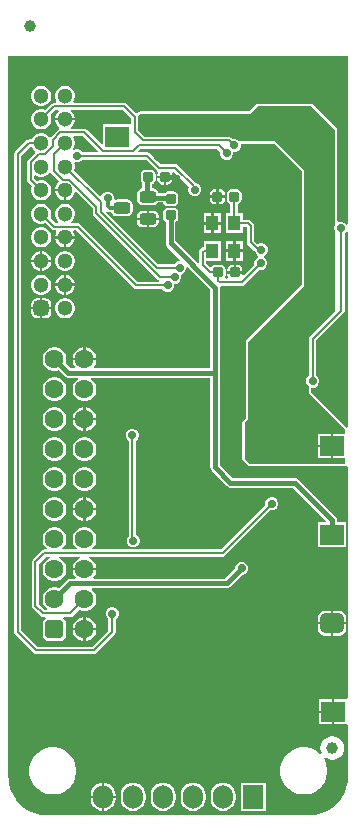
<source format=gbl>
G04*
G04 #@! TF.GenerationSoftware,Altium Limited,Altium Designer,23.3.1 (30)*
G04*
G04 Layer_Physical_Order=2*
G04 Layer_Color=16711680*
%FSLAX44Y44*%
%MOMM*%
G71*
G04*
G04 #@! TF.SameCoordinates,ECDC02AA-1032-42BF-8C78-3195C1E34F5D*
G04*
G04*
G04 #@! TF.FilePolarity,Positive*
G04*
G01*
G75*
%ADD12C,0.2000*%
G04:AMPARAMS|DCode=14|XSize=0.85mm|YSize=0.85mm|CornerRadius=0.2125mm|HoleSize=0mm|Usage=FLASHONLY|Rotation=90.000|XOffset=0mm|YOffset=0mm|HoleType=Round|Shape=RoundedRectangle|*
%AMROUNDEDRECTD14*
21,1,0.8500,0.4250,0,0,90.0*
21,1,0.4250,0.8500,0,0,90.0*
1,1,0.4250,0.2125,0.2125*
1,1,0.4250,0.2125,-0.2125*
1,1,0.4250,-0.2125,-0.2125*
1,1,0.4250,-0.2125,0.2125*
%
%ADD14ROUNDEDRECTD14*%
G04:AMPARAMS|DCode=15|XSize=0.85mm|YSize=0.85mm|CornerRadius=0.2125mm|HoleSize=0mm|Usage=FLASHONLY|Rotation=0.000|XOffset=0mm|YOffset=0mm|HoleType=Round|Shape=RoundedRectangle|*
%AMROUNDEDRECTD15*
21,1,0.8500,0.4250,0,0,0.0*
21,1,0.4250,0.8500,0,0,0.0*
1,1,0.4250,0.2125,-0.2125*
1,1,0.4250,-0.2125,-0.2125*
1,1,0.4250,-0.2125,0.2125*
1,1,0.4250,0.2125,0.2125*
%
%ADD15ROUNDEDRECTD15*%
%ADD32C,1.0000*%
%ADD33C,0.3000*%
%ADD35R,2.0000X1.7000*%
%ADD36C,1.6000*%
G04:AMPARAMS|DCode=37|XSize=1.6mm|YSize=1.6mm|CornerRadius=0.4mm|HoleSize=0mm|Usage=FLASHONLY|Rotation=90.000|XOffset=0mm|YOffset=0mm|HoleType=Round|Shape=RoundedRectangle|*
%AMROUNDEDRECTD37*
21,1,1.6000,0.8000,0,0,90.0*
21,1,0.8000,1.6000,0,0,90.0*
1,1,0.8000,0.4000,0.4000*
1,1,0.8000,0.4000,-0.4000*
1,1,0.8000,-0.4000,-0.4000*
1,1,0.8000,-0.4000,0.4000*
%
%ADD37ROUNDEDRECTD37*%
%ADD38C,1.3000*%
G04:AMPARAMS|DCode=39|XSize=1.3mm|YSize=1.3mm|CornerRadius=0.325mm|HoleSize=0mm|Usage=FLASHONLY|Rotation=90.000|XOffset=0mm|YOffset=0mm|HoleType=Round|Shape=RoundedRectangle|*
%AMROUNDEDRECTD39*
21,1,1.3000,0.6500,0,0,90.0*
21,1,0.6500,1.3000,0,0,90.0*
1,1,0.6500,0.3250,0.3250*
1,1,0.6500,0.3250,-0.3250*
1,1,0.6500,-0.3250,-0.3250*
1,1,0.6500,-0.3250,0.3250*
%
%ADD39ROUNDEDRECTD39*%
%ADD40O,1.7000X2.0000*%
%ADD41R,1.7000X2.0000*%
G04:AMPARAMS|DCode=42|XSize=1.7mm|YSize=2mm|CornerRadius=0.425mm|HoleSize=0mm|Usage=FLASHONLY|Rotation=90.000|XOffset=0mm|YOffset=0mm|HoleType=Round|Shape=RoundedRectangle|*
%AMROUNDEDRECTD42*
21,1,1.7000,1.1500,0,0,90.0*
21,1,0.8500,2.0000,0,0,90.0*
1,1,0.8500,0.5750,0.4250*
1,1,0.8500,0.5750,-0.4250*
1,1,0.8500,-0.5750,-0.4250*
1,1,0.8500,-0.5750,0.4250*
%
%ADD42ROUNDEDRECTD42*%
%ADD43C,0.7000*%
%ADD44R,1.0500X1.3000*%
G04:AMPARAMS|DCode=45|XSize=1mm|YSize=1.4mm|CornerRadius=0.25mm|HoleSize=0mm|Usage=FLASHONLY|Rotation=270.000|XOffset=0mm|YOffset=0mm|HoleType=Round|Shape=RoundedRectangle|*
%AMROUNDEDRECTD45*
21,1,1.0000,0.9000,0,0,270.0*
21,1,0.5000,1.4000,0,0,270.0*
1,1,0.5000,-0.4500,-0.2500*
1,1,0.5000,-0.4500,0.2500*
1,1,0.5000,0.4500,0.2500*
1,1,0.5000,0.4500,-0.2500*
%
%ADD45ROUNDEDRECTD45*%
%ADD46C,0.4000*%
G36*
X85792Y564882D02*
X85306Y563709D01*
X72836D01*
X72813Y563765D01*
X71266Y565313D01*
X69244Y566150D01*
X67056D01*
X65854Y565652D01*
X64710Y566403D01*
X64660Y566532D01*
X65721Y568369D01*
X66300Y570531D01*
Y572769D01*
X65721Y574931D01*
X64918Y576321D01*
X65588Y577591D01*
X73083D01*
X85792Y564882D01*
D02*
G37*
G36*
X297451Y502824D02*
X296181Y502571D01*
X296163Y502616D01*
X294615Y504163D01*
X292594Y505000D01*
X290406D01*
X289595Y504664D01*
X288539Y505370D01*
Y576163D01*
Y583000D01*
X288384Y583780D01*
X287942Y584442D01*
X287942Y584442D01*
X267942Y604442D01*
X267280Y604884D01*
X266500Y605039D01*
X221028Y605039D01*
X221028Y605039D01*
X220248Y604884D01*
X219586Y604442D01*
X213433Y598289D01*
X121506Y598289D01*
X121505Y598289D01*
X120725Y598134D01*
X120064Y597692D01*
X120063Y597692D01*
X119484Y597112D01*
X118214D01*
X110350Y604976D01*
X109358Y605639D01*
X108187Y605872D01*
X108187Y605872D01*
X65745D01*
X65012Y607142D01*
X65721Y608369D01*
X66300Y610531D01*
Y612769D01*
X65721Y614931D01*
X64602Y616869D01*
X63019Y618452D01*
X61081Y619571D01*
X58919Y620150D01*
X56681D01*
X54519Y619571D01*
X52581Y618452D01*
X50998Y616869D01*
X49879Y614931D01*
X49300Y612769D01*
Y610531D01*
X49879Y608369D01*
X50588Y607142D01*
X49855Y605872D01*
X48963D01*
X47792Y605639D01*
X46800Y604976D01*
X46800Y604976D01*
X41280Y599456D01*
X41081Y599571D01*
X38919Y600150D01*
X36681D01*
X34519Y599571D01*
X32581Y598452D01*
X30998Y596869D01*
X29879Y594931D01*
X29300Y592769D01*
Y590531D01*
X29879Y588369D01*
X30998Y586431D01*
X32581Y584848D01*
X34519Y583729D01*
X36681Y583150D01*
X38919D01*
X41081Y583729D01*
X43019Y584848D01*
X44602Y586431D01*
X45721Y588369D01*
X46300Y590531D01*
Y592769D01*
X45721Y594931D01*
X45606Y595130D01*
X50230Y599754D01*
X52297D01*
X52637Y598484D01*
X52581Y598452D01*
X50998Y596869D01*
X49879Y594931D01*
X49300Y592769D01*
Y592650D01*
X57800D01*
X66300D01*
Y592769D01*
X65721Y594931D01*
X64602Y596869D01*
X63019Y598452D01*
X62963Y598484D01*
X63303Y599754D01*
X106920D01*
X113941Y592733D01*
Y587500D01*
X90000D01*
Y570985D01*
X88827Y570499D01*
X76513Y582813D01*
X75521Y583476D01*
X74350Y583709D01*
X74350Y583709D01*
X63585D01*
X63230Y584423D01*
X63150Y584979D01*
X64602Y586431D01*
X65721Y588369D01*
X66300Y590531D01*
Y590650D01*
X57800D01*
X49300D01*
Y590531D01*
X49879Y588369D01*
X50998Y586431D01*
X52581Y584848D01*
X52763Y584743D01*
X52820Y584225D01*
X52677Y583326D01*
X51909Y582813D01*
X51909Y582813D01*
X46031Y576934D01*
X44649Y576871D01*
X44417Y577054D01*
X43019Y578452D01*
X41081Y579571D01*
X38919Y580150D01*
X36681D01*
X34519Y579571D01*
X32581Y578452D01*
X30998Y576869D01*
X29879Y574931D01*
X29820Y574709D01*
X27400D01*
X26229Y574476D01*
X25237Y573813D01*
X25237Y573813D01*
X15587Y564163D01*
X14924Y563171D01*
X14691Y562000D01*
X14691Y562000D01*
Y158000D01*
X14691Y158000D01*
X14924Y156830D01*
X15587Y155837D01*
X31587Y139837D01*
X31587Y139837D01*
X32580Y139174D01*
X33750Y138941D01*
X82250D01*
X82250Y138941D01*
X83420Y139174D01*
X84413Y139837D01*
X99913Y155337D01*
X100576Y156329D01*
X100809Y157500D01*
X100809Y157500D01*
Y168314D01*
X100865Y168337D01*
X102413Y169884D01*
X103250Y171906D01*
Y174094D01*
X102413Y176115D01*
X100865Y177663D01*
X98844Y178500D01*
X96656D01*
X94635Y177663D01*
X93087Y176115D01*
X92250Y174094D01*
Y171906D01*
X93087Y169884D01*
X94635Y168337D01*
X94691Y168314D01*
Y158767D01*
X80983Y145059D01*
X35017D01*
X20809Y159267D01*
Y560733D01*
X28632Y568556D01*
X29866Y568419D01*
X29879Y568369D01*
X30998Y566431D01*
X32365Y565065D01*
X32557Y564337D01*
X32516Y563419D01*
X26637Y557541D01*
X25974Y556548D01*
X25741Y555378D01*
X25741Y555378D01*
Y540650D01*
X25741Y540650D01*
X25974Y539479D01*
X26637Y538487D01*
X29994Y535130D01*
X29879Y534931D01*
X29300Y532769D01*
Y530531D01*
X29879Y528369D01*
X30998Y526431D01*
X32581Y524848D01*
X34519Y523729D01*
X36681Y523150D01*
X38919D01*
X41081Y523729D01*
X43019Y524848D01*
X44602Y526431D01*
X45721Y528369D01*
X46300Y530531D01*
Y532769D01*
X45721Y534931D01*
X44602Y536869D01*
X43019Y538452D01*
X41081Y539571D01*
X38919Y540150D01*
X36681D01*
X34519Y539571D01*
X34320Y539456D01*
X31859Y541917D01*
Y543862D01*
X33129Y544532D01*
X34519Y543729D01*
X36681Y543150D01*
X38919D01*
X41081Y543729D01*
X43019Y544848D01*
X44602Y546431D01*
X44707Y546613D01*
X45225Y546670D01*
X46124Y546527D01*
X46637Y545759D01*
X52740Y539657D01*
X52738Y539643D01*
X52365Y538236D01*
X50998Y536869D01*
X49879Y534931D01*
X49300Y532769D01*
Y532650D01*
X57800D01*
Y531650D01*
X58800D01*
Y523150D01*
X58919D01*
X61081Y523729D01*
X63019Y524848D01*
X64602Y526431D01*
X65721Y528369D01*
X66136Y529920D01*
X67508Y530344D01*
X81441Y516411D01*
Y512065D01*
X81441Y512065D01*
X81674Y510895D01*
X82337Y509902D01*
X136402Y455837D01*
X136402Y455837D01*
X137178Y455318D01*
X137069Y454316D01*
X136967Y454048D01*
X119542D01*
X70778Y502813D01*
X69785Y503476D01*
X68615Y503709D01*
X68615Y503709D01*
X63585D01*
X63230Y504423D01*
X63150Y504979D01*
X64602Y506431D01*
X65721Y508369D01*
X66300Y510531D01*
Y512769D01*
X65721Y514931D01*
X64602Y516869D01*
X63019Y518452D01*
X61081Y519571D01*
X58919Y520150D01*
X56681D01*
X54519Y519571D01*
X52581Y518452D01*
X50998Y516869D01*
X49879Y514931D01*
X49300Y512769D01*
Y510531D01*
X49879Y508369D01*
X50998Y506431D01*
X52450Y504979D01*
X52370Y504423D01*
X52015Y503709D01*
X50067D01*
X45606Y508170D01*
X45721Y508369D01*
X46300Y510531D01*
Y512769D01*
X45721Y514931D01*
X44602Y516869D01*
X43019Y518452D01*
X41081Y519571D01*
X38919Y520150D01*
X36681D01*
X34519Y519571D01*
X32581Y518452D01*
X30998Y516869D01*
X29879Y514931D01*
X29300Y512769D01*
Y510531D01*
X29879Y508369D01*
X30998Y506431D01*
X32581Y504848D01*
X34519Y503729D01*
X36681Y503150D01*
X38919D01*
X41081Y503729D01*
X41280Y503844D01*
X46637Y498487D01*
X47629Y497824D01*
X48800Y497591D01*
X48800Y497591D01*
X50012D01*
X50682Y496321D01*
X49879Y494931D01*
X49300Y492769D01*
Y492650D01*
X57800D01*
X66300D01*
Y492769D01*
X65721Y494931D01*
X64918Y496321D01*
X65588Y497591D01*
X67348D01*
X116112Y448827D01*
X117105Y448164D01*
X118275Y447931D01*
X118275Y447931D01*
X140303D01*
X140327Y447874D01*
X141874Y446327D01*
X143896Y445490D01*
X146084D01*
X148105Y446327D01*
X149652Y447874D01*
X150490Y449896D01*
Y452084D01*
X150768Y452500D01*
X152094D01*
X154115Y453337D01*
X155663Y454884D01*
X156500Y456906D01*
Y459094D01*
X156404Y459327D01*
X157075Y460906D01*
X158116Y461337D01*
X159663Y462884D01*
X160500Y464906D01*
Y465936D01*
X161770Y466462D01*
X180822Y447411D01*
Y381178D01*
X82780D01*
X82294Y382352D01*
X82402Y382460D01*
X83719Y384740D01*
X84400Y387284D01*
Y387600D01*
X74400D01*
X64400D01*
Y387284D01*
X65082Y384740D01*
X66398Y382460D01*
X66506Y382352D01*
X66020Y381178D01*
X62189D01*
X58384Y384984D01*
X59000Y387284D01*
Y389916D01*
X58319Y392460D01*
X57002Y394740D01*
X55140Y396602D01*
X52860Y397919D01*
X50317Y398600D01*
X47684D01*
X45140Y397919D01*
X42860Y396602D01*
X40998Y394740D01*
X39681Y392460D01*
X39000Y389916D01*
Y387284D01*
X39681Y384740D01*
X40998Y382460D01*
X42860Y380598D01*
X45140Y379282D01*
X47684Y378600D01*
X50317D01*
X52616Y379216D01*
X57616Y374216D01*
X57616Y374216D01*
X58939Y373332D01*
X60500Y373022D01*
X60500Y373022D01*
X68872D01*
X69212Y371752D01*
X68260Y371202D01*
X66398Y369340D01*
X65082Y367060D01*
X64400Y364516D01*
Y361884D01*
X65082Y359340D01*
X66398Y357060D01*
X68260Y355198D01*
X70540Y353881D01*
X73084Y353200D01*
X75717D01*
X78260Y353881D01*
X80540Y355198D01*
X82402Y357060D01*
X83719Y359340D01*
X84400Y361884D01*
Y364516D01*
X83719Y367060D01*
X82402Y369340D01*
X80540Y371202D01*
X79588Y371752D01*
X79928Y373022D01*
X180822D01*
Y297100D01*
X180822Y297100D01*
X181132Y295539D01*
X182016Y294216D01*
X195116Y281116D01*
X195116Y281116D01*
X196439Y280232D01*
X198000Y279922D01*
X198000Y279922D01*
X250811D01*
X278962Y251770D01*
X278436Y250500D01*
X272000D01*
Y229500D01*
X296000D01*
Y250500D01*
X288078D01*
Y252500D01*
X287768Y254061D01*
X286884Y255384D01*
X286884Y255384D01*
X255384Y286884D01*
X254061Y287768D01*
X252500Y288078D01*
X252500Y288078D01*
X199689D01*
X188978Y298789D01*
Y377100D01*
Y449100D01*
X188978Y449100D01*
X188949Y449250D01*
X189991Y450520D01*
X207532D01*
X207532Y450520D01*
X208702Y450752D01*
X209694Y451415D01*
X222640Y464361D01*
X222696Y464337D01*
X224884D01*
X226906Y465175D01*
X228453Y466722D01*
X229291Y468743D01*
Y470931D01*
X228453Y472953D01*
X226906Y474500D01*
X225987Y474880D01*
Y476255D01*
X227000Y476675D01*
X228547Y478222D01*
X229384Y480243D01*
Y482431D01*
X228547Y484453D01*
X227000Y486000D01*
X224979Y486837D01*
X222791D01*
X220854Y486035D01*
X218059Y488830D01*
Y501674D01*
X217826Y502845D01*
X217163Y503837D01*
X217163Y503837D01*
X215337Y505663D01*
X214345Y506326D01*
X213174Y506559D01*
X213174Y506559D01*
X208500D01*
Y512000D01*
X204059D01*
Y520105D01*
X204734Y520239D01*
X206099Y521151D01*
X207011Y522515D01*
X207331Y524125D01*
Y528375D01*
X207011Y529985D01*
X206099Y531349D01*
X204734Y532261D01*
X203125Y532581D01*
X198875D01*
X197265Y532261D01*
X195901Y531349D01*
X194989Y529985D01*
X194669Y528375D01*
Y524125D01*
X194989Y522515D01*
X195901Y521151D01*
X197265Y520239D01*
X197941Y520105D01*
Y512000D01*
X194000D01*
Y495000D01*
X208500D01*
Y500441D01*
X211907D01*
X211941Y500407D01*
Y487564D01*
X211941Y487564D01*
X212174Y486393D01*
X212837Y485401D01*
X218106Y480131D01*
X218107Y480131D01*
X218555Y479832D01*
X219222Y478222D01*
X220769Y476675D01*
X221688Y476294D01*
Y474920D01*
X220675Y474500D01*
X219128Y472953D01*
X218291Y470931D01*
Y468743D01*
X218314Y468687D01*
X209253Y459625D01*
X208731Y459730D01*
X208008Y460176D01*
Y461000D01*
X201677D01*
X195346D01*
Y459875D01*
X195666Y458265D01*
X195905Y457907D01*
X195294Y456762D01*
X194060D01*
X193448Y457907D01*
X193687Y458265D01*
X194008Y459875D01*
Y464125D01*
X193687Y465734D01*
X192776Y467099D01*
X191411Y468011D01*
X189802Y468331D01*
X185552D01*
X183942Y468011D01*
X182578Y467099D01*
X182126Y466423D01*
X180561Y466192D01*
X177387Y469365D01*
Y472000D01*
X190000D01*
Y489000D01*
X175500D01*
Y483559D01*
X174329Y483326D01*
X173337Y482663D01*
X173337Y482663D01*
X172166Y481491D01*
X171502Y480499D01*
X171270Y479328D01*
X171270Y479328D01*
Y470157D01*
X170096Y469671D01*
X151328Y488439D01*
Y504719D01*
X152349Y505401D01*
X153261Y506766D01*
X153581Y508375D01*
Y512625D01*
X153261Y514235D01*
X152349Y515599D01*
X150984Y516511D01*
X149375Y516831D01*
X145125D01*
X143516Y516511D01*
X142151Y515599D01*
X141239Y514235D01*
X140919Y512625D01*
Y508375D01*
X141239Y506766D01*
X142151Y505401D01*
X143172Y504719D01*
Y486750D01*
X143172Y486750D01*
X143482Y485189D01*
X144366Y483866D01*
X155462Y472770D01*
X154936Y471500D01*
X153906D01*
X151884Y470663D01*
X150337Y469115D01*
X150314Y469059D01*
X136782D01*
X92955Y512886D01*
X93764Y513872D01*
X94392Y513453D01*
X95757Y513181D01*
X97124D01*
X97261Y512494D01*
X98256Y511006D01*
X99744Y510011D01*
X101500Y509662D01*
X110500D01*
X112256Y510011D01*
X113744Y511006D01*
X114739Y512494D01*
X115088Y514250D01*
Y519250D01*
X114739Y521006D01*
X113744Y522494D01*
X112256Y523489D01*
X110500Y523838D01*
X101500D01*
X100674Y523674D01*
X99500Y524735D01*
Y526094D01*
X98663Y528116D01*
X97115Y529663D01*
X95094Y530500D01*
X92906D01*
X90885Y529663D01*
X89337Y528116D01*
X88786Y526785D01*
X87327Y526449D01*
X65606Y548170D01*
X65721Y548369D01*
X66300Y550531D01*
Y552769D01*
X65902Y554253D01*
X66967Y555187D01*
X67056Y555150D01*
X69244D01*
X71266Y555987D01*
X72813Y557534D01*
X72836Y557591D01*
X126426D01*
X135370Y548647D01*
X136087Y548168D01*
X136699Y546798D01*
X136489Y546484D01*
X136169Y544875D01*
Y543750D01*
X142500D01*
X148831D01*
Y544875D01*
X148598Y546047D01*
X149271Y547130D01*
X149485Y547312D01*
X150154Y547384D01*
X162898Y534640D01*
X162330Y533268D01*
Y531080D01*
X163167Y529059D01*
X164714Y527511D01*
X166735Y526674D01*
X168923D01*
X170945Y527511D01*
X172492Y529059D01*
X173329Y531080D01*
Y533268D01*
X172492Y535290D01*
X170945Y536837D01*
X168923Y537674D01*
X168516D01*
X153216Y552973D01*
X152224Y553636D01*
X151053Y553869D01*
X151053Y553869D01*
X138800D01*
X129856Y562813D01*
X128864Y563476D01*
X127693Y563709D01*
X127693Y563709D01*
X119843D01*
X119357Y564882D01*
X121416Y566941D01*
X186733D01*
X189524Y564151D01*
X189500Y564094D01*
Y561906D01*
X190337Y559884D01*
X191884Y558337D01*
X193906Y557500D01*
X196094D01*
X198116Y558337D01*
X199663Y559884D01*
X200500Y561906D01*
Y564000D01*
X202188D01*
X204209Y564837D01*
X205757Y566385D01*
X206594Y568406D01*
Y570594D01*
X206839Y570961D01*
X235155D01*
X258461Y547655D01*
Y451345D01*
X211558Y404442D01*
X211116Y403780D01*
X210961Y403000D01*
Y338345D01*
X208558Y335942D01*
X208116Y335280D01*
X207961Y334500D01*
Y304250D01*
X208116Y303470D01*
X208558Y302808D01*
X212808Y298558D01*
X213470Y298116D01*
X214250Y297961D01*
X295250D01*
X296030Y298116D01*
X296181Y298217D01*
X297451Y297582D01*
Y101583D01*
X296181Y100500D01*
X286000D01*
Y90000D01*
Y79500D01*
X296181D01*
X297000Y79500D01*
X297451Y78417D01*
Y35000D01*
X297451Y35000D01*
Y34720D01*
X297090Y30128D01*
X297049Y29818D01*
X295884Y24965D01*
X293934Y20257D01*
X291326Y16001D01*
X291136Y15755D01*
X288144Y12251D01*
X287749Y11856D01*
X284245Y8863D01*
X283999Y8675D01*
X279743Y6066D01*
X275035Y4116D01*
X270180Y2951D01*
X269874Y2910D01*
X266258Y2626D01*
X265000Y2549D01*
X265000Y2549D01*
X263764Y2549D01*
X42500Y2549D01*
X42500Y2549D01*
X42499Y2549D01*
X42221D01*
X37626Y2910D01*
X37320Y2951D01*
X32465Y4116D01*
X27757Y6066D01*
X23501Y8675D01*
X23256Y8863D01*
X19751Y11856D01*
X19356Y12251D01*
X16362Y15756D01*
X16175Y16001D01*
X13566Y20257D01*
X11616Y24965D01*
X10451Y29820D01*
X10410Y30126D01*
X10125Y33750D01*
X10049Y35000D01*
X10049Y35000D01*
X10049Y36248D01*
Y645500D01*
X297451D01*
Y502824D01*
D02*
G37*
G36*
Y496176D02*
X297451Y331229D01*
X296181Y330703D01*
X266372Y360512D01*
Y364288D01*
X266618Y364453D01*
X268806D01*
X270828Y365290D01*
X272375Y366837D01*
X273212Y368858D01*
Y371046D01*
X272375Y373068D01*
X270828Y374615D01*
X270771Y374639D01*
Y404445D01*
X293663Y427337D01*
X294326Y428330D01*
X294559Y429500D01*
X294559Y429500D01*
Y494814D01*
X294615Y494837D01*
X296163Y496385D01*
X296181Y496429D01*
X297451Y496176D01*
D02*
G37*
G36*
X266500Y603000D02*
X286500Y583000D01*
Y576163D01*
Y501801D01*
X286000Y500594D01*
Y498406D01*
X286500Y497199D01*
Y428826D01*
X265549Y407875D01*
X264886Y406883D01*
X264653Y405712D01*
X264653Y405712D01*
Y397653D01*
X264333Y397333D01*
Y374351D01*
X263049Y373068D01*
X262212Y371046D01*
Y368858D01*
X263049Y366837D01*
X264333Y365554D01*
Y359667D01*
X295250Y328750D01*
Y325500D01*
X285000D01*
Y315000D01*
Y304500D01*
X295250D01*
Y300000D01*
X214250D01*
X210000Y304250D01*
Y334500D01*
X213000Y337500D01*
Y403000D01*
X260500Y450500D01*
Y548500D01*
X236000Y573000D01*
X205372D01*
X204209Y574163D01*
X202188Y575000D01*
X200000D01*
X199943Y574977D01*
X198757Y576163D01*
X197764Y576826D01*
X196594Y577059D01*
X196594Y577059D01*
X125267D01*
X120059Y582267D01*
Y594000D01*
X120059Y594000D01*
X119925Y594670D01*
X121505Y596250D01*
X214278Y596250D01*
X221028Y603000D01*
X266500Y603000D01*
D02*
G37*
%LPC*%
G36*
X38919Y620150D02*
X36681D01*
X34519Y619571D01*
X32581Y618452D01*
X30998Y616869D01*
X29879Y614931D01*
X29300Y612769D01*
Y610531D01*
X29879Y608369D01*
X30998Y606431D01*
X32581Y604848D01*
X34519Y603729D01*
X36681Y603150D01*
X38919D01*
X41081Y603729D01*
X43019Y604848D01*
X44602Y606431D01*
X45721Y608369D01*
X46300Y610531D01*
Y612769D01*
X45721Y614931D01*
X44602Y616869D01*
X43019Y618452D01*
X41081Y619571D01*
X38919Y620150D01*
D02*
G37*
G36*
X148831Y541750D02*
X143500D01*
Y536419D01*
X144625D01*
X146235Y536739D01*
X147599Y537651D01*
X148511Y539016D01*
X148831Y540625D01*
Y541750D01*
D02*
G37*
G36*
X141500D02*
X136169D01*
Y540625D01*
X136489Y539016D01*
X137401Y537651D01*
X138765Y536739D01*
X140375Y536419D01*
X141500D01*
Y541750D01*
D02*
G37*
G36*
X189125Y532581D02*
X188000D01*
Y527250D01*
X193331D01*
Y528375D01*
X193011Y529985D01*
X192099Y531349D01*
X190735Y532261D01*
X189125Y532581D01*
D02*
G37*
G36*
X186000D02*
X184875D01*
X183265Y532261D01*
X181901Y531349D01*
X180989Y529985D01*
X180669Y528375D01*
Y527250D01*
X186000D01*
Y532581D01*
D02*
G37*
G36*
X56800Y530650D02*
X49300D01*
Y530531D01*
X49879Y528369D01*
X50998Y526431D01*
X52581Y524848D01*
X54519Y523729D01*
X56681Y523150D01*
X56800D01*
Y530650D01*
D02*
G37*
G36*
X193331Y525250D02*
X188000D01*
Y519919D01*
X189125D01*
X190735Y520239D01*
X192099Y521151D01*
X193011Y522515D01*
X193331Y524125D01*
Y525250D01*
D02*
G37*
G36*
X186000D02*
X180669D01*
Y524125D01*
X180989Y522515D01*
X181901Y521151D01*
X183265Y520239D01*
X184875Y519919D01*
X186000D01*
Y525250D01*
D02*
G37*
G36*
X130625Y549081D02*
X126375D01*
X124766Y548761D01*
X123401Y547849D01*
X122489Y546484D01*
X122169Y544875D01*
Y540625D01*
X122489Y539016D01*
X123401Y537651D01*
X123422Y537637D01*
Y533323D01*
X121744Y532989D01*
X120256Y531994D01*
X119261Y530506D01*
X118912Y528750D01*
Y523750D01*
X119261Y521994D01*
X120256Y520506D01*
X121744Y519511D01*
X123500Y519162D01*
X132500D01*
X134256Y519511D01*
X135744Y520506D01*
X136273Y521297D01*
X141134D01*
X141239Y520765D01*
X142151Y519401D01*
X143516Y518489D01*
X145125Y518169D01*
X149375D01*
X150984Y518489D01*
X152349Y519401D01*
X153261Y520765D01*
X153581Y522375D01*
Y526625D01*
X153261Y528234D01*
X152349Y529599D01*
X150984Y530511D01*
X149375Y530831D01*
X145125D01*
X143516Y530511D01*
X142151Y529599D01*
X142054Y529453D01*
X136948D01*
X136739Y530506D01*
X135744Y531994D01*
X134256Y532989D01*
X132500Y533338D01*
X131578D01*
Y536609D01*
X132234Y536739D01*
X133599Y537651D01*
X134511Y539016D01*
X134831Y540625D01*
Y544875D01*
X134511Y546484D01*
X133599Y547849D01*
X132234Y548761D01*
X130625Y549081D01*
D02*
G37*
G36*
X132500Y514338D02*
X129000D01*
Y508250D01*
X137088D01*
Y509750D01*
X136739Y511506D01*
X135744Y512994D01*
X134256Y513989D01*
X132500Y514338D01*
D02*
G37*
G36*
X127000D02*
X123500D01*
X121744Y513989D01*
X120256Y512994D01*
X119261Y511506D01*
X118912Y509750D01*
Y508250D01*
X127000D01*
Y514338D01*
D02*
G37*
G36*
X190000Y512000D02*
X183750D01*
Y504500D01*
X190000D01*
Y512000D01*
D02*
G37*
G36*
X181750D02*
X175500D01*
Y504500D01*
X181750D01*
Y512000D01*
D02*
G37*
G36*
X137088Y506250D02*
X129000D01*
Y500162D01*
X132500D01*
X134256Y500511D01*
X135744Y501506D01*
X136739Y502994D01*
X137088Y504750D01*
Y506250D01*
D02*
G37*
G36*
X127000D02*
X118912D01*
Y504750D01*
X119261Y502994D01*
X120256Y501506D01*
X121744Y500511D01*
X123500Y500162D01*
X127000D01*
Y506250D01*
D02*
G37*
G36*
X190000Y502500D02*
X183750D01*
Y495000D01*
X190000D01*
Y502500D01*
D02*
G37*
G36*
X181750D02*
X175500D01*
Y495000D01*
X181750D01*
Y502500D01*
D02*
G37*
G36*
X66300Y490650D02*
X58800D01*
Y483150D01*
X58919D01*
X61081Y483729D01*
X63019Y484848D01*
X64602Y486431D01*
X65721Y488369D01*
X66300Y490531D01*
Y490650D01*
D02*
G37*
G36*
X56800D02*
X49300D01*
Y490531D01*
X49879Y488369D01*
X50998Y486431D01*
X52581Y484848D01*
X54519Y483729D01*
X56681Y483150D01*
X56800D01*
Y490650D01*
D02*
G37*
G36*
X38919Y500150D02*
X36681D01*
X34519Y499571D01*
X32581Y498452D01*
X30998Y496869D01*
X29879Y494931D01*
X29300Y492769D01*
Y490531D01*
X29879Y488369D01*
X30998Y486431D01*
X32581Y484848D01*
X34519Y483729D01*
X36681Y483150D01*
X38919D01*
X41081Y483729D01*
X43019Y484848D01*
X44602Y486431D01*
X45721Y488369D01*
X46300Y490531D01*
Y492769D01*
X45721Y494931D01*
X44602Y496869D01*
X43019Y498452D01*
X41081Y499571D01*
X38919Y500150D01*
D02*
G37*
G36*
X208500Y489000D02*
X202250D01*
Y481500D01*
X208500D01*
Y489000D01*
D02*
G37*
G36*
X200250D02*
X194000D01*
Y481500D01*
X200250D01*
Y489000D01*
D02*
G37*
G36*
X38919Y480150D02*
X38800D01*
Y472650D01*
X46300D01*
Y472769D01*
X45721Y474931D01*
X44602Y476869D01*
X43019Y478452D01*
X41081Y479571D01*
X38919Y480150D01*
D02*
G37*
G36*
X36800D02*
X36681D01*
X34519Y479571D01*
X32581Y478452D01*
X30998Y476869D01*
X29879Y474931D01*
X29300Y472769D01*
Y472650D01*
X36800D01*
Y480150D01*
D02*
G37*
G36*
X208500Y479500D02*
X202250D01*
Y472000D01*
X208500D01*
Y479500D01*
D02*
G37*
G36*
X200250D02*
X194000D01*
Y472000D01*
X200250D01*
Y479500D01*
D02*
G37*
G36*
X58919Y480150D02*
X56681D01*
X54519Y479571D01*
X52581Y478452D01*
X50998Y476869D01*
X49879Y474931D01*
X49300Y472769D01*
Y470531D01*
X49879Y468369D01*
X50998Y466431D01*
X52581Y464848D01*
X54519Y463729D01*
X56681Y463150D01*
X58919D01*
X61081Y463729D01*
X63019Y464848D01*
X64602Y466431D01*
X65721Y468369D01*
X66300Y470531D01*
Y472769D01*
X65721Y474931D01*
X64602Y476869D01*
X63019Y478452D01*
X61081Y479571D01*
X58919Y480150D01*
D02*
G37*
G36*
X46300Y470650D02*
X38800D01*
Y463150D01*
X38919D01*
X41081Y463729D01*
X43019Y464848D01*
X44602Y466431D01*
X45721Y468369D01*
X46300Y470531D01*
Y470650D01*
D02*
G37*
G36*
X36800D02*
X29300D01*
Y470531D01*
X29879Y468369D01*
X30998Y466431D01*
X32581Y464848D01*
X34519Y463729D01*
X36681Y463150D01*
X36800D01*
Y470650D01*
D02*
G37*
G36*
X203802Y468331D02*
X202677D01*
Y463000D01*
X208008D01*
Y464125D01*
X207687Y465734D01*
X206776Y467099D01*
X205411Y468011D01*
X203802Y468331D01*
D02*
G37*
G36*
X200677D02*
X199552D01*
X197942Y468011D01*
X196578Y467099D01*
X195666Y465734D01*
X195346Y464125D01*
Y463000D01*
X200677D01*
Y468331D01*
D02*
G37*
G36*
X58919Y460150D02*
X58800D01*
Y452650D01*
X66300D01*
Y452769D01*
X65721Y454931D01*
X64602Y456869D01*
X63019Y458452D01*
X61081Y459571D01*
X58919Y460150D01*
D02*
G37*
G36*
X56800D02*
X56681D01*
X54519Y459571D01*
X52581Y458452D01*
X50998Y456869D01*
X49879Y454931D01*
X49300Y452769D01*
Y452650D01*
X56800D01*
Y460150D01*
D02*
G37*
G36*
X66300Y450650D02*
X58800D01*
Y443150D01*
X58919D01*
X61081Y443729D01*
X63019Y444848D01*
X64602Y446431D01*
X65721Y448369D01*
X66300Y450531D01*
Y450650D01*
D02*
G37*
G36*
X56800D02*
X49300D01*
Y450531D01*
X49879Y448369D01*
X50998Y446431D01*
X52581Y444848D01*
X54519Y443729D01*
X56681Y443150D01*
X56800D01*
Y450650D01*
D02*
G37*
G36*
X38919Y460150D02*
X36681D01*
X34519Y459571D01*
X32581Y458452D01*
X30998Y456869D01*
X29879Y454931D01*
X29300Y452769D01*
Y450531D01*
X29879Y448369D01*
X30998Y446431D01*
X32581Y444848D01*
X34519Y443729D01*
X36681Y443150D01*
X38919D01*
X41081Y443729D01*
X43019Y444848D01*
X44602Y446431D01*
X45721Y448369D01*
X46300Y450531D01*
Y452769D01*
X45721Y454931D01*
X44602Y456869D01*
X43019Y458452D01*
X41081Y459571D01*
X38919Y460150D01*
D02*
G37*
G36*
X41050Y440253D02*
X38800D01*
Y432650D01*
X46403D01*
Y434900D01*
X45995Y436948D01*
X44835Y438685D01*
X43098Y439845D01*
X41050Y440253D01*
D02*
G37*
G36*
X36800D02*
X34550D01*
X32502Y439845D01*
X30765Y438685D01*
X29605Y436948D01*
X29197Y434900D01*
Y432650D01*
X36800D01*
Y440253D01*
D02*
G37*
G36*
X58919Y440150D02*
X56681D01*
X54519Y439571D01*
X52581Y438452D01*
X50998Y436869D01*
X49879Y434931D01*
X49300Y432769D01*
Y430531D01*
X49879Y428369D01*
X50998Y426431D01*
X52581Y424848D01*
X54519Y423729D01*
X56681Y423150D01*
X58919D01*
X61081Y423729D01*
X63019Y424848D01*
X64602Y426431D01*
X65721Y428369D01*
X66300Y430531D01*
Y432769D01*
X65721Y434931D01*
X64602Y436869D01*
X63019Y438452D01*
X61081Y439571D01*
X58919Y440150D01*
D02*
G37*
G36*
X46403Y430650D02*
X38800D01*
Y423047D01*
X41050D01*
X43098Y423455D01*
X44835Y424615D01*
X45995Y426352D01*
X46403Y428400D01*
Y430650D01*
D02*
G37*
G36*
X36800D02*
X29197D01*
Y428400D01*
X29605Y426352D01*
X30765Y424615D01*
X32502Y423455D01*
X34550Y423047D01*
X36800D01*
Y430650D01*
D02*
G37*
G36*
X75717Y398600D02*
X75400D01*
Y389600D01*
X84400D01*
Y389916D01*
X83719Y392460D01*
X82402Y394740D01*
X80540Y396602D01*
X78260Y397919D01*
X75717Y398600D01*
D02*
G37*
G36*
X73400D02*
X73084D01*
X70540Y397919D01*
X68260Y396602D01*
X66398Y394740D01*
X65082Y392460D01*
X64400Y389916D01*
Y389600D01*
X73400D01*
Y398600D01*
D02*
G37*
G36*
X50317Y373200D02*
X47684D01*
X45140Y372519D01*
X42860Y371202D01*
X40998Y369340D01*
X39681Y367060D01*
X39000Y364516D01*
Y361884D01*
X39681Y359340D01*
X40998Y357060D01*
X42860Y355198D01*
X45140Y353881D01*
X47684Y353200D01*
X50317D01*
X52860Y353881D01*
X55140Y355198D01*
X57002Y357060D01*
X58319Y359340D01*
X59000Y361884D01*
Y364516D01*
X58319Y367060D01*
X57002Y369340D01*
X55140Y371202D01*
X52860Y372519D01*
X50317Y373200D01*
D02*
G37*
G36*
X75717Y347800D02*
X75400D01*
Y338800D01*
X84400D01*
Y339117D01*
X83719Y341660D01*
X82402Y343940D01*
X80540Y345802D01*
X78260Y347118D01*
X75717Y347800D01*
D02*
G37*
G36*
X73400D02*
X73084D01*
X70540Y347118D01*
X68260Y345802D01*
X66398Y343940D01*
X65082Y341660D01*
X64400Y339117D01*
Y338800D01*
X73400D01*
Y347800D01*
D02*
G37*
G36*
X84400Y336800D02*
X75400D01*
Y327800D01*
X75717D01*
X78260Y328481D01*
X80540Y329798D01*
X82402Y331660D01*
X83719Y333940D01*
X84400Y336483D01*
Y336800D01*
D02*
G37*
G36*
X73400D02*
X64400D01*
Y336483D01*
X65082Y333940D01*
X66398Y331660D01*
X68260Y329798D01*
X70540Y328481D01*
X73084Y327800D01*
X73400D01*
Y336800D01*
D02*
G37*
G36*
X50317Y347800D02*
X47684D01*
X45140Y347118D01*
X42860Y345802D01*
X40998Y343940D01*
X39681Y341660D01*
X39000Y339117D01*
Y336483D01*
X39681Y333940D01*
X40998Y331660D01*
X42860Y329798D01*
X45140Y328481D01*
X47684Y327800D01*
X50317D01*
X52860Y328481D01*
X55140Y329798D01*
X57002Y331660D01*
X58319Y333940D01*
X59000Y336483D01*
Y339117D01*
X58319Y341660D01*
X57002Y343940D01*
X55140Y345802D01*
X52860Y347118D01*
X50317Y347800D01*
D02*
G37*
G36*
X75717Y322400D02*
X73084D01*
X70540Y321718D01*
X68260Y320402D01*
X66398Y318540D01*
X65082Y316260D01*
X64400Y313717D01*
Y311084D01*
X65082Y308540D01*
X66398Y306260D01*
X68260Y304398D01*
X70540Y303081D01*
X73084Y302400D01*
X75717D01*
X78260Y303081D01*
X80540Y304398D01*
X82402Y306260D01*
X83719Y308540D01*
X84400Y311084D01*
Y313717D01*
X83719Y316260D01*
X82402Y318540D01*
X80540Y320402D01*
X78260Y321718D01*
X75717Y322400D01*
D02*
G37*
G36*
X50317D02*
X47684D01*
X45140Y321718D01*
X42860Y320402D01*
X40998Y318540D01*
X39681Y316260D01*
X39000Y313717D01*
Y311084D01*
X39681Y308540D01*
X40998Y306260D01*
X42860Y304398D01*
X45140Y303081D01*
X47684Y302400D01*
X50317D01*
X52860Y303081D01*
X55140Y304398D01*
X57002Y306260D01*
X58319Y308540D01*
X59000Y311084D01*
Y313717D01*
X58319Y316260D01*
X57002Y318540D01*
X55140Y320402D01*
X52860Y321718D01*
X50317Y322400D01*
D02*
G37*
G36*
X75717Y297000D02*
X73084D01*
X70540Y296318D01*
X68260Y295002D01*
X66398Y293140D01*
X65082Y290860D01*
X64400Y288316D01*
Y285683D01*
X65082Y283140D01*
X66398Y280860D01*
X68260Y278998D01*
X70540Y277682D01*
X73084Y277000D01*
X75717D01*
X78260Y277682D01*
X80540Y278998D01*
X82402Y280860D01*
X83719Y283140D01*
X84400Y285683D01*
Y288316D01*
X83719Y290860D01*
X82402Y293140D01*
X80540Y295002D01*
X78260Y296318D01*
X75717Y297000D01*
D02*
G37*
G36*
X50317D02*
X47684D01*
X45140Y296318D01*
X42860Y295002D01*
X40998Y293140D01*
X39681Y290860D01*
X39000Y288316D01*
Y285683D01*
X39681Y283140D01*
X40998Y280860D01*
X42860Y278998D01*
X45140Y277682D01*
X47684Y277000D01*
X50317D01*
X52860Y277682D01*
X55140Y278998D01*
X57002Y280860D01*
X58319Y283140D01*
X59000Y285683D01*
Y288316D01*
X58319Y290860D01*
X57002Y293140D01*
X55140Y295002D01*
X52860Y296318D01*
X50317Y297000D01*
D02*
G37*
G36*
X75717Y271600D02*
X75400D01*
Y262600D01*
X84400D01*
Y262917D01*
X83719Y265460D01*
X82402Y267740D01*
X80540Y269602D01*
X78260Y270919D01*
X75717Y271600D01*
D02*
G37*
G36*
X73400D02*
X73084D01*
X70540Y270919D01*
X68260Y269602D01*
X66398Y267740D01*
X65082Y265460D01*
X64400Y262917D01*
Y262600D01*
X73400D01*
Y271600D01*
D02*
G37*
G36*
X234094Y271500D02*
X231906D01*
X229884Y270663D01*
X228337Y269116D01*
X227500Y267094D01*
Y264906D01*
X227523Y264849D01*
X190233Y227559D01*
X81697D01*
X81171Y228829D01*
X82402Y230060D01*
X83719Y232340D01*
X84400Y234883D01*
Y237516D01*
X83719Y240060D01*
X82402Y242340D01*
X80540Y244202D01*
X78260Y245518D01*
X75717Y246200D01*
X73084D01*
X70540Y245518D01*
X68260Y244202D01*
X66398Y242340D01*
X65082Y240060D01*
X64400Y237516D01*
Y234883D01*
X65082Y232340D01*
X66398Y230060D01*
X67629Y228829D01*
X67103Y227559D01*
X56297D01*
X55771Y228829D01*
X57002Y230060D01*
X58319Y232340D01*
X59000Y234883D01*
Y237516D01*
X58319Y240060D01*
X57002Y242340D01*
X55140Y244202D01*
X52860Y245518D01*
X50317Y246200D01*
X47684D01*
X45140Y245518D01*
X42860Y244202D01*
X40998Y242340D01*
X39681Y240060D01*
X39000Y237516D01*
Y234883D01*
X39681Y232340D01*
X40998Y230060D01*
X42229Y228829D01*
X41703Y227559D01*
X40500D01*
X40500Y227559D01*
X39330Y227326D01*
X38337Y226663D01*
X30587Y218913D01*
X29924Y217920D01*
X29691Y216750D01*
X29691Y216750D01*
Y180000D01*
X29691Y180000D01*
X29924Y178829D01*
X30587Y177837D01*
X37337Y171087D01*
X37337Y171087D01*
X38329Y170424D01*
X39500Y170191D01*
X41180D01*
X41565Y168921D01*
X40674Y168326D01*
X39348Y166341D01*
X38883Y164000D01*
Y156000D01*
X39348Y153659D01*
X40674Y151674D01*
X42659Y150348D01*
X45000Y149882D01*
X53000D01*
X55341Y150348D01*
X57326Y151674D01*
X58652Y153659D01*
X59117Y156000D01*
Y164000D01*
X58652Y166341D01*
X57326Y168326D01*
X56434Y168921D01*
X56820Y170191D01*
X62250D01*
X62250Y170191D01*
X63421Y170424D01*
X64413Y171087D01*
X69822Y176496D01*
X70540Y176082D01*
X73084Y175400D01*
X75717D01*
X78260Y176082D01*
X80540Y177398D01*
X82402Y179260D01*
X83719Y181540D01*
X84400Y184083D01*
Y186716D01*
X83719Y189260D01*
X82402Y191540D01*
X80540Y193402D01*
X80541Y193724D01*
X80794Y194672D01*
X194750D01*
X194750Y194672D01*
X196311Y194982D01*
X197634Y195866D01*
X207768Y206000D01*
X208594D01*
X210616Y206837D01*
X212163Y208384D01*
X213000Y210406D01*
Y212594D01*
X212163Y214615D01*
X210616Y216163D01*
X208594Y217000D01*
X206406D01*
X204384Y216163D01*
X202837Y214615D01*
X202000Y212594D01*
Y211768D01*
X193061Y202828D01*
X82230D01*
X81744Y204002D01*
X82402Y204660D01*
X83719Y206940D01*
X84400Y209484D01*
Y209800D01*
X74400D01*
X64400D01*
Y209484D01*
X65082Y206940D01*
X66398Y204660D01*
X67056Y204002D01*
X66570Y202828D01*
X62350D01*
X62350Y202828D01*
X60789Y202518D01*
X59466Y201634D01*
X52616Y194784D01*
X50317Y195400D01*
X47684D01*
X45140Y194718D01*
X42860Y193402D01*
X40998Y191540D01*
X39681Y189260D01*
X39000Y186716D01*
Y184083D01*
X39681Y181540D01*
X40998Y179260D01*
X42679Y177579D01*
X42424Y176309D01*
X40767D01*
X35809Y181267D01*
Y215483D01*
X41767Y221441D01*
X45170D01*
X45337Y220171D01*
X45140Y220119D01*
X42860Y218802D01*
X40998Y216940D01*
X39681Y214660D01*
X39000Y212117D01*
Y209484D01*
X39681Y206940D01*
X40998Y204660D01*
X42860Y202798D01*
X45140Y201481D01*
X47684Y200800D01*
X50317D01*
X52860Y201481D01*
X55140Y202798D01*
X57002Y204660D01*
X58319Y206940D01*
X59000Y209484D01*
Y212117D01*
X58319Y214660D01*
X57002Y216940D01*
X55140Y218802D01*
X52860Y220119D01*
X52663Y220171D01*
X52830Y221441D01*
X70570D01*
X70737Y220171D01*
X70540Y220119D01*
X68260Y218802D01*
X66398Y216940D01*
X65082Y214660D01*
X64400Y212117D01*
Y211800D01*
X74400D01*
X84400D01*
Y212117D01*
X83719Y214660D01*
X82402Y216940D01*
X80540Y218802D01*
X78260Y220119D01*
X78063Y220171D01*
X78230Y221441D01*
X191500D01*
X191500Y221441D01*
X192670Y221674D01*
X193663Y222337D01*
X231849Y260523D01*
X231906Y260500D01*
X234094D01*
X236115Y261337D01*
X237663Y262885D01*
X238500Y264906D01*
Y267094D01*
X237663Y269116D01*
X236115Y270663D01*
X234094Y271500D01*
D02*
G37*
G36*
X84400Y260600D02*
X75400D01*
Y251600D01*
X75717D01*
X78260Y252281D01*
X80540Y253598D01*
X82402Y255460D01*
X83719Y257740D01*
X84400Y260284D01*
Y260600D01*
D02*
G37*
G36*
X73400D02*
X64400D01*
Y260284D01*
X65082Y257740D01*
X66398Y255460D01*
X68260Y253598D01*
X70540Y252281D01*
X73084Y251600D01*
X73400D01*
Y260600D01*
D02*
G37*
G36*
X50317Y271600D02*
X47684D01*
X45140Y270919D01*
X42860Y269602D01*
X40998Y267740D01*
X39681Y265460D01*
X39000Y262917D01*
Y260284D01*
X39681Y257740D01*
X40998Y255460D01*
X42860Y253598D01*
X45140Y252281D01*
X47684Y251600D01*
X50317D01*
X52860Y252281D01*
X55140Y253598D01*
X57002Y255460D01*
X58319Y257740D01*
X59000Y260284D01*
Y262917D01*
X58319Y265460D01*
X57002Y267740D01*
X55140Y269602D01*
X52860Y270919D01*
X50317Y271600D01*
D02*
G37*
G36*
X115844Y329750D02*
X113656D01*
X111635Y328913D01*
X110087Y327365D01*
X109250Y325344D01*
Y323156D01*
X110087Y321134D01*
X111635Y319587D01*
X111691Y319564D01*
Y238719D01*
X110837Y237866D01*
X110000Y235844D01*
Y233656D01*
X110837Y231635D01*
X112385Y230087D01*
X114406Y229250D01*
X116594D01*
X118616Y230087D01*
X120163Y231635D01*
X121000Y233656D01*
Y235844D01*
X120163Y237866D01*
X118616Y239413D01*
X117809Y239747D01*
Y319564D01*
X117865Y319587D01*
X119413Y321134D01*
X120250Y323156D01*
Y325344D01*
X119413Y327365D01*
X117865Y328913D01*
X115844Y329750D01*
D02*
G37*
G36*
X289750Y175622D02*
X285000D01*
Y166000D01*
X296122D01*
Y169250D01*
X295637Y171689D01*
X294256Y173756D01*
X292189Y175137D01*
X289750Y175622D01*
D02*
G37*
G36*
X283000D02*
X278250D01*
X275811Y175137D01*
X273744Y173756D01*
X272363Y171689D01*
X271877Y169250D01*
Y166000D01*
X283000D01*
Y175622D01*
D02*
G37*
G36*
X75717Y170000D02*
X75400D01*
Y161000D01*
X84400D01*
Y161317D01*
X83719Y163860D01*
X82402Y166140D01*
X80540Y168002D01*
X78260Y169319D01*
X75717Y170000D01*
D02*
G37*
G36*
X73400D02*
X73084D01*
X70540Y169319D01*
X68260Y168002D01*
X66398Y166140D01*
X65082Y163860D01*
X64400Y161317D01*
Y161000D01*
X73400D01*
Y170000D01*
D02*
G37*
G36*
X296122Y164000D02*
X285000D01*
Y154378D01*
X289750D01*
X292189Y154863D01*
X294256Y156244D01*
X295637Y158311D01*
X296122Y160750D01*
Y164000D01*
D02*
G37*
G36*
X283000D02*
X271877D01*
Y160750D01*
X272363Y158311D01*
X273744Y156244D01*
X275811Y154863D01*
X278250Y154378D01*
X283000D01*
Y164000D01*
D02*
G37*
G36*
X84400Y159000D02*
X75400D01*
Y150000D01*
X75717D01*
X78260Y150681D01*
X80540Y151998D01*
X82402Y153860D01*
X83719Y156140D01*
X84400Y158684D01*
Y159000D01*
D02*
G37*
G36*
X73400D02*
X64400D01*
Y158684D01*
X65082Y156140D01*
X66398Y153860D01*
X68260Y151998D01*
X70540Y150681D01*
X73084Y150000D01*
X73400D01*
Y159000D01*
D02*
G37*
G36*
X284000Y100500D02*
X273000D01*
Y91000D01*
X284000D01*
Y100500D01*
D02*
G37*
G36*
Y89000D02*
X273000D01*
Y79500D01*
X284000D01*
Y89000D01*
D02*
G37*
G36*
X285068Y69384D02*
X283098D01*
X281166Y69000D01*
X279346Y68246D01*
X277708Y67152D01*
X276316Y65759D01*
X275221Y64121D01*
X274467Y62301D01*
X274083Y60369D01*
Y58399D01*
X274467Y56467D01*
X275072Y55009D01*
X273995Y54289D01*
X272749Y55535D01*
X269473Y57724D01*
X265834Y59231D01*
X261970Y60000D01*
X258030D01*
X254166Y59231D01*
X250526Y57724D01*
X247251Y55535D01*
X244465Y52749D01*
X242276Y49474D01*
X240769Y45834D01*
X240000Y41970D01*
Y38030D01*
X240769Y34166D01*
X242276Y30526D01*
X244465Y27251D01*
X247251Y24465D01*
X250526Y22276D01*
X254166Y20769D01*
X258030Y20000D01*
X261970D01*
X265834Y20769D01*
X269473Y22276D01*
X272749Y24465D01*
X275535Y27251D01*
X277724Y30526D01*
X279231Y34166D01*
X280000Y38030D01*
Y41970D01*
X279231Y45834D01*
X277724Y49474D01*
X276923Y50672D01*
X277708Y51617D01*
X279346Y50522D01*
X281166Y49769D01*
X283098Y49384D01*
X285068D01*
X287000Y49769D01*
X288820Y50522D01*
X290458Y51617D01*
X291851Y53010D01*
X292945Y54647D01*
X293699Y56467D01*
X294083Y58399D01*
Y60369D01*
X293699Y62301D01*
X292945Y64121D01*
X291851Y65759D01*
X290458Y67152D01*
X288820Y68246D01*
X287000Y69000D01*
X285068Y69384D01*
D02*
G37*
G36*
X49470Y60000D02*
X45530D01*
X41666Y59231D01*
X38026Y57724D01*
X34751Y55535D01*
X31965Y52749D01*
X29776Y49474D01*
X28269Y45834D01*
X27500Y41970D01*
Y38030D01*
X28269Y34166D01*
X29776Y30526D01*
X31965Y27251D01*
X34751Y24465D01*
X38026Y22276D01*
X41666Y20769D01*
X45530Y20000D01*
X49470D01*
X53334Y20769D01*
X56974Y22276D01*
X60249Y24465D01*
X63035Y27251D01*
X65224Y30526D01*
X66731Y34166D01*
X67500Y38030D01*
Y41970D01*
X66731Y45834D01*
X65224Y49474D01*
X63035Y52749D01*
X60249Y55535D01*
X56974Y57724D01*
X53334Y59231D01*
X49470Y60000D01*
D02*
G37*
G36*
X91250Y29959D02*
Y19000D01*
X100841D01*
Y19500D01*
X100480Y22241D01*
X99422Y24795D01*
X97739Y26989D01*
X95545Y28672D01*
X92991Y29730D01*
X91250Y29959D01*
D02*
G37*
G36*
X89250D02*
X87509Y29730D01*
X84955Y28672D01*
X82761Y26989D01*
X81078Y24795D01*
X80020Y22241D01*
X79659Y19500D01*
Y19000D01*
X89250D01*
Y29959D01*
D02*
G37*
G36*
X100841Y17000D02*
X91250D01*
Y6041D01*
X92991Y6270D01*
X95545Y7328D01*
X97739Y9011D01*
X99422Y11205D01*
X100480Y13759D01*
X100841Y16500D01*
Y17000D01*
D02*
G37*
G36*
X89250D02*
X79659D01*
Y16500D01*
X80020Y13759D01*
X81078Y11205D01*
X82761Y9011D01*
X84955Y7328D01*
X87509Y6270D01*
X89250Y6041D01*
Y17000D01*
D02*
G37*
G36*
X227750Y30000D02*
X206750D01*
Y6000D01*
X227750D01*
Y30000D01*
D02*
G37*
G36*
X191850Y30091D02*
X189109Y29730D01*
X186555Y28672D01*
X184361Y26989D01*
X182678Y24795D01*
X181620Y22241D01*
X181259Y19500D01*
Y16500D01*
X181620Y13759D01*
X182678Y11205D01*
X184361Y9011D01*
X186555Y7328D01*
X189109Y6270D01*
X191850Y5909D01*
X194591Y6270D01*
X197145Y7328D01*
X199339Y9011D01*
X201022Y11205D01*
X202080Y13759D01*
X202441Y16500D01*
Y19500D01*
X202080Y22241D01*
X201022Y24795D01*
X199339Y26989D01*
X197145Y28672D01*
X194591Y29730D01*
X191850Y30091D01*
D02*
G37*
G36*
X166450D02*
X163709Y29730D01*
X161155Y28672D01*
X158961Y26989D01*
X157278Y24795D01*
X156220Y22241D01*
X155859Y19500D01*
Y16500D01*
X156220Y13759D01*
X157278Y11205D01*
X158961Y9011D01*
X161155Y7328D01*
X163709Y6270D01*
X166450Y5909D01*
X169191Y6270D01*
X171745Y7328D01*
X173939Y9011D01*
X175622Y11205D01*
X176680Y13759D01*
X177041Y16500D01*
Y19500D01*
X176680Y22241D01*
X175622Y24795D01*
X173939Y26989D01*
X171745Y28672D01*
X169191Y29730D01*
X166450Y30091D01*
D02*
G37*
G36*
X141050D02*
X138309Y29730D01*
X135755Y28672D01*
X133561Y26989D01*
X131878Y24795D01*
X130820Y22241D01*
X130459Y19500D01*
Y16500D01*
X130820Y13759D01*
X131878Y11205D01*
X133561Y9011D01*
X135755Y7328D01*
X138309Y6270D01*
X141050Y5909D01*
X143791Y6270D01*
X146345Y7328D01*
X148539Y9011D01*
X150222Y11205D01*
X151280Y13759D01*
X151641Y16500D01*
Y19500D01*
X151280Y22241D01*
X150222Y24795D01*
X148539Y26989D01*
X146345Y28672D01*
X143791Y29730D01*
X141050Y30091D01*
D02*
G37*
G36*
X115650D02*
X112909Y29730D01*
X110355Y28672D01*
X108161Y26989D01*
X106478Y24795D01*
X105420Y22241D01*
X105059Y19500D01*
Y16500D01*
X105420Y13759D01*
X106478Y11205D01*
X108161Y9011D01*
X110355Y7328D01*
X112909Y6270D01*
X115650Y5909D01*
X118391Y6270D01*
X120945Y7328D01*
X123139Y9011D01*
X124822Y11205D01*
X125880Y13759D01*
X126241Y16500D01*
Y19500D01*
X125880Y22241D01*
X124822Y24795D01*
X123139Y26989D01*
X120945Y28672D01*
X118391Y29730D01*
X115650Y30091D01*
D02*
G37*
G36*
X283000Y325500D02*
X272000D01*
Y316000D01*
X283000D01*
Y325500D01*
D02*
G37*
G36*
Y314000D02*
X272000D01*
Y304500D01*
X283000D01*
Y314000D01*
D02*
G37*
%LPD*%
D12*
X56095Y602813D02*
G03*
X59505Y602813I1705J8837D01*
G01*
X74350Y580650D02*
X90000Y565000D01*
X54072Y580650D02*
X74350D01*
X90000Y565000D02*
X115149D01*
X120149Y570000D02*
X188000D01*
X115149Y565000D02*
X120149Y570000D01*
X68150Y560650D02*
X127693D01*
X137533Y550810D01*
X117000Y581000D02*
X124000Y574000D01*
X117000Y581000D02*
Y594000D01*
X124000Y574000D02*
X196594D01*
X59505Y602813D02*
X108187D01*
X117000Y594000D01*
X37800Y591650D02*
X48963Y602813D01*
X56095D01*
X88000Y513515D02*
X135515Y466000D01*
X155000D01*
X196594Y574000D02*
X201094Y569500D01*
X267712Y369953D02*
Y405712D01*
X291500Y429500D02*
Y499500D01*
X267712Y405712D02*
X291500Y429500D01*
X166873Y533131D02*
Y534991D01*
Y533131D02*
X167829Y532174D01*
X151053Y550810D02*
X166873Y534991D01*
X137533Y550810D02*
X151053D01*
X215000Y487564D02*
Y501674D01*
X213174Y503500D02*
X215000Y501674D01*
Y487564D02*
X220270Y482294D01*
X201250Y503500D02*
X213174D01*
X220270Y482294D02*
X222928D01*
X223885Y481337D01*
X188848Y453578D02*
X207532D01*
X174328Y479328D02*
X175500Y480500D01*
X207532Y453578D02*
X223790Y469837D01*
X187677Y454750D02*
X188848Y453578D01*
X180427Y462000D02*
X187677D01*
X174328Y468098D02*
X180427Y462000D01*
X201000Y503750D02*
X201250Y503500D01*
X201000Y503750D02*
Y526250D01*
X187677Y454750D02*
Y462000D01*
X174328Y468098D02*
Y479328D01*
X175500Y480500D02*
X182750D01*
X47550Y568672D02*
Y574128D01*
X41028Y562150D02*
X47550Y568672D01*
X188000Y570000D02*
X195000Y563000D01*
X47550Y574128D02*
X54072Y580650D01*
X35572Y562150D02*
X41028D01*
X28800Y540650D02*
X37800Y531650D01*
X118275Y450990D02*
X144990D01*
X138565Y458000D02*
X151000D01*
X84500Y512065D02*
X138565Y458000D01*
X48800Y500650D02*
X68615D01*
X37800Y511650D02*
X48800Y500650D01*
X57800Y551650D02*
X88000Y521450D01*
X56072Y540650D02*
X61528D01*
X48800Y562650D02*
X57800Y571650D01*
X88000Y513515D02*
Y521450D01*
X48800Y547922D02*
Y562650D01*
X17750Y158000D02*
Y562000D01*
X33750Y142000D02*
X82250D01*
X17750Y158000D02*
X33750Y142000D01*
X82250D02*
X97750Y157500D01*
Y173000D01*
X191500Y224500D02*
X233000Y266000D01*
X40500Y224500D02*
X191500D01*
X114750Y235500D02*
Y324250D01*
Y235500D02*
X115500Y234750D01*
X48800Y547922D02*
X56072Y540650D01*
X61528D02*
X84500Y517678D01*
Y512065D02*
Y517678D01*
X17750Y562000D02*
X27400Y571650D01*
X28800Y555378D02*
X35572Y562150D01*
X28800Y540650D02*
Y555378D01*
X27400Y571650D02*
X37800D01*
X32750Y216750D02*
X40500Y224500D01*
X32750Y180000D02*
Y216750D01*
Y180000D02*
X39500Y173250D01*
X62250D02*
X74400Y185400D01*
X39500Y173250D02*
X62250D01*
X68615Y500650D02*
X118275Y450990D01*
D14*
X142500Y542750D02*
D03*
X128500D02*
D03*
X201000Y526250D02*
D03*
X187000D02*
D03*
X187677Y462000D02*
D03*
X201677D02*
D03*
D15*
X147250Y524500D02*
D03*
Y510500D02*
D03*
D32*
X28000Y671000D02*
D03*
X284083Y59384D02*
D03*
D33*
X94000Y518507D02*
Y525000D01*
X95757Y516750D02*
X106000D01*
X94000Y518507D02*
X95757Y516750D01*
D35*
X102000Y577000D02*
D03*
X284000Y240000D02*
D03*
X285000Y90000D02*
D03*
X284000Y315000D02*
D03*
D36*
X74400Y388600D02*
D03*
X49000D02*
D03*
X74400Y363200D02*
D03*
X49000D02*
D03*
X74400Y337800D02*
D03*
X49000D02*
D03*
X74400Y312400D02*
D03*
X49000D02*
D03*
X74400Y287000D02*
D03*
X49000D02*
D03*
X74400Y261600D02*
D03*
X49000D02*
D03*
X74400Y236200D02*
D03*
X49000D02*
D03*
X74400Y210800D02*
D03*
X49000D02*
D03*
X74400Y185400D02*
D03*
X49000D02*
D03*
X74400Y160000D02*
D03*
D37*
X49000D02*
D03*
D38*
X57800Y431650D02*
D03*
X37800Y451650D02*
D03*
X57800D02*
D03*
X37800Y471650D02*
D03*
X57800D02*
D03*
X37800Y491650D02*
D03*
X57800D02*
D03*
X37800Y511650D02*
D03*
X57800D02*
D03*
X37800Y531650D02*
D03*
X57800D02*
D03*
X37800Y551650D02*
D03*
X57800D02*
D03*
X37800Y571650D02*
D03*
X57800D02*
D03*
X37800Y591650D02*
D03*
X57800D02*
D03*
X37800Y611650D02*
D03*
X57800D02*
D03*
D39*
X37800Y431650D02*
D03*
D40*
X90250Y18000D02*
D03*
X166450D02*
D03*
X191850D02*
D03*
X141050D02*
D03*
X115650D02*
D03*
D41*
X217250D02*
D03*
D42*
X284000Y165000D02*
D03*
D43*
X106096Y527904D02*
D03*
X112000Y548000D02*
D03*
X89000Y538000D02*
D03*
X94000Y525000D02*
D03*
X71250Y574500D02*
D03*
X129000Y583000D02*
D03*
X265000Y525000D02*
D03*
X232000Y408000D02*
D03*
X256000Y107000D02*
D03*
X26000Y76000D02*
D03*
X124000Y135000D02*
D03*
X139000Y274000D02*
D03*
X141000Y417000D02*
D03*
X85000Y635000D02*
D03*
X209000Y633000D02*
D03*
X169034Y523760D02*
D03*
X167829Y532174D02*
D03*
X223885Y481337D02*
D03*
X223790Y469837D02*
D03*
X154250Y497750D02*
D03*
X201094Y569500D02*
D03*
X195000Y563000D02*
D03*
X137000Y559828D02*
D03*
X222000Y579000D02*
D03*
X155000Y466000D02*
D03*
X151000Y458000D02*
D03*
X144990Y450990D02*
D03*
X280000Y406000D02*
D03*
X291500Y499500D02*
D03*
X292901Y291836D02*
D03*
X280000Y368000D02*
D03*
X246302Y446665D02*
D03*
X293000Y580000D02*
D03*
X252000Y609750D02*
D03*
X276750Y604250D02*
D03*
X84000Y590250D02*
D03*
X226609Y157324D02*
D03*
X286250Y16000D02*
D03*
X25000Y12500D02*
D03*
X132008Y38935D02*
D03*
X68250Y133000D02*
D03*
X70000Y114250D02*
D03*
X18750Y131000D02*
D03*
X31250Y162250D02*
D03*
Y238000D02*
D03*
X97750Y173000D02*
D03*
X142750Y186750D02*
D03*
X182500Y190000D02*
D03*
X162000Y181250D02*
D03*
X265750Y209000D02*
D03*
X206500Y228250D02*
D03*
X221500Y265000D02*
D03*
X216000Y293250D02*
D03*
X268500Y291250D02*
D03*
X250500Y294500D02*
D03*
X203500Y339000D02*
D03*
X103603Y292693D02*
D03*
X174750Y290250D02*
D03*
X98322Y362108D02*
D03*
X112750Y401250D02*
D03*
X174000Y366000D02*
D03*
X175000Y387000D02*
D03*
X72500Y549500D02*
D03*
X25000Y532750D02*
D03*
X81750Y612250D02*
D03*
X168500Y640000D02*
D03*
X292750D02*
D03*
X14500Y641000D02*
D03*
X291000Y351000D02*
D03*
X233000Y266000D02*
D03*
X267712Y369953D02*
D03*
X225000Y323000D02*
D03*
X215000Y307000D02*
D03*
X225000D02*
D03*
X215000Y323000D02*
D03*
X114750Y324250D02*
D03*
X71750Y506000D02*
D03*
X81250Y410250D02*
D03*
X68150Y560650D02*
D03*
X115500Y234750D02*
D03*
X207500Y211500D02*
D03*
X292000Y557000D02*
D03*
D44*
X182750Y480500D02*
D03*
X201250D02*
D03*
Y503500D02*
D03*
X182750D02*
D03*
D45*
X128000Y526250D02*
D03*
Y507250D02*
D03*
X106000Y516750D02*
D03*
D46*
X184900Y377100D02*
Y449100D01*
X147250Y486750D02*
X184900Y449100D01*
X142750Y542500D02*
X153000D01*
X147250Y486750D02*
Y510500D01*
X62350Y198750D02*
X194750D01*
X207500Y211500D01*
X184900Y297100D02*
Y377100D01*
X198000Y284000D02*
X252500D01*
X184900Y297100D02*
X198000Y284000D01*
X252500D02*
X284000Y252500D01*
X60500Y377100D02*
X184900D01*
X49000Y388600D02*
X60500Y377100D01*
X284000Y240000D02*
Y252500D01*
X128375Y525375D02*
X146375D01*
X127500Y526250D02*
X128375Y525375D01*
X146375D02*
X147250Y524500D01*
X142500Y542750D02*
X142750Y542500D01*
X49000Y185400D02*
X62350Y198750D01*
X127500Y541750D02*
X128500Y542750D01*
X127500Y526250D02*
Y541750D01*
M02*

</source>
